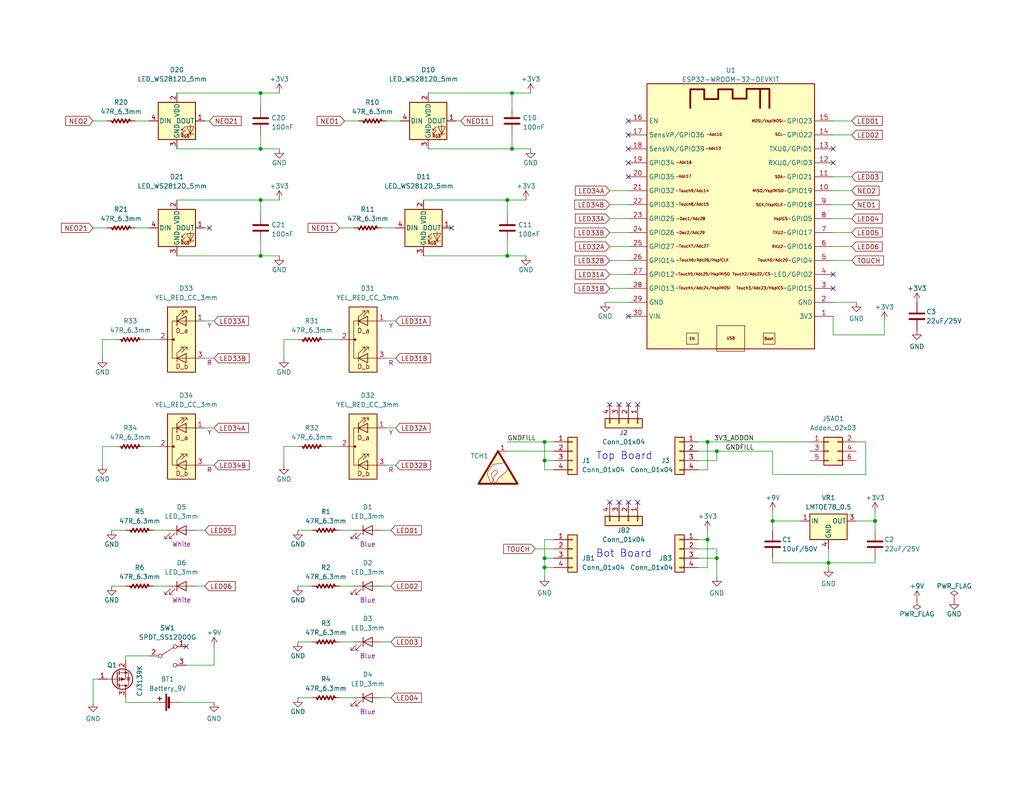
<source format=kicad_sch>
(kicad_sch (version 20211123) (generator eeschema)
  (paper "USLetter")
  (title_block (title "Future_Badge") (date "2023-05-25") (rev "1") (company "Crafted by @alt_bier a.k.a. Richard Gowen"))
  (lib_symbols
    (symbol "+9V_1" (power) (pin_names (offset 0))
      (property "Value" "+9V_1" (at 0 3.556 0))
      (symbol "+9V_1_1_1"
        (pin power_in line (at 0 0 90) (length 0) hide (name "+9V") (number "1"))
      )
    )
    (symbol "0_local:Battery_9V" (pin_numbers hide) (pin_names (offset 0) hide)
      (property "Reference" "BT" (at 2.54 2.54 0))
      (property "Value" "Battery_9V" (at 2.54 0 0))
      (symbol "Battery_9V_1_1"
        (pin passive line (at 0 5.08 270) (length 2.54) (name "+") (number "1"))
        (pin passive line (at 0 -2.54 90) (length 2.54) (name "-") (number "2"))
      )
    )
    (symbol "0_local:C_Disc_D3" (pin_numbers hide) (pin_names (offset 0.254))
      (property "Reference" "C" (at 1.905 1.27 90))
      (property "Value" "C_Disc_D3" (at -3.175 -3.81 90))
      (symbol "C_Disc_D3_1_1"
        (pin passive line (at 0 3.81 270) (length 2.794) (name "~") (number "1"))
        (pin passive line (at 0 -3.81 90) (length 2.794) (name "~") (number "2"))
      )
    )
    (symbol "0_local:ESP32-WROOM-32-DEVKIT"
      (property "Reference" "U" (at -0.762 41.148 0))
      (property "Value" "ESP32-WROOM-32-DEVKIT" (at -13.081 38.735 0))
      (symbol "ESP32-WROOM-32-DEVKIT_0_0"
        (text "-Adc10" (at -4.572 22.987 0) (effects (font (size 0.75 0.75))))
        (text "-Adc13" (at -4.826 19.177 0) (effects (font (size 0.75 0.75))))
        (text "-Adc16" (at -12.827 15.367 0) (effects (font (size 0.75 0.75))))
        (text "-Adc17" (at -12.954 11.557 0) (effects (font (size 0.75 0.75))))
        (text "-Dac1/Adc28" (at -10.922 0 0) (effects (font (size 0.75 0.75))))
        (text "-Dac2/Adc29" (at -11.049 -3.81 0) (effects (font (size 0.75 0.75))))
        (text "-Touch4/Adc24/HspiMOSI" (at -7.62 -18.923 0) (effects (font (size 0.75 0.75))))
        (text "-Touch5/Adc25/HspiMISO" (at -7.747 -15.113 0) (effects (font (size 0.75 0.75))))
        (text "-Touch6/Adc26/HspiCLK" (at -7.747 -11.303 0) (effects (font (size 0.75 0.75))))
        (text "-Touch7/Adc27" (at -10.541 -7.493 0) (effects (font (size 0.75 0.75))))
        (text "-Touch8/Adc15" (at -10.541 3.937 0) (effects (font (size 0.75 0.75))))
        (text "-Touch9/Adc14" (at -10.541 7.62 0) (effects (font (size 0.75 0.75))))
        (text "Boot" (at 10.414 -32.766 0) (effects (font (size 0.75 0.75))))
        (text "EN" (at -10.541 -32.766 0) (effects (font (size 0.75 0.75))))
        (text "MISO/VspiMISO-" (at 10.668 7.62 0) (effects (font (size 0.75 0.75))))
        (text "MOSI/VspiMOSI-" (at 10.414 26.67 0) (effects (font (size 0.75 0.75))))
        (text "RXU2-" (at 13.208 -7.62 0) (effects (font (size 0.75 0.75))))
        (text "SCK/VspiCLK-" (at 11.049 3.81 0) (effects (font (size 0.75 0.75))))
        (text "SCL-" (at 13.589 22.987 0) (effects (font (size 0.75 0.75))))
        (text "SDA-" (at 13.589 11.43 0) (effects (font (size 0.75 0.75))))
        (text "Touch0/Adc20-" (at 11.938 -11.303 0) (effects (font (size 0.75 0.75))))
        (text "Touch2/Adc22/CS-" (at 6.096 -15.113 0) (effects (font (size 0.75 0.75))))
        (text "Touch3/Adc23/HspiCS-" (at 8.382 -18.923 0) (effects (font (size 0.75 0.75))))
        (text "TXU2-" (at 13.335 -3.81 0) (effects (font (size 0.75 0.75))))
        (text "USB" (at 0 -32.639 0) (effects (font (size 0.75 0.75))))
        (text "VspiCS-" (at 14.097 0 0) (effects (font (size 0.75 0.75))))
      )
      (symbol "ESP32-WROOM-32-DEVKIT_1_1"
        (pin power_out line (at 27.94 -26.67 180) (length 5.08) (name "3V3") (number "1"))
        (pin bidirectional line (at 27.94 7.62 180) (length 5.08) (name "GPIO19") (number "10"))
        (pin bidirectional line (at 27.94 11.43 180) (length 5.08) (name "GPIO21") (number "11"))
        (pin bidirectional line (at 27.94 15.24 180) (length 5.08) (name "RXU0/GPIO3") (number "12"))
        (pin bidirectional line (at 27.94 19.05 180) (length 5.08) (name "TXU0/GPIO1") (number "13"))
        (pin bidirectional line (at 27.94 22.86 180) (length 5.08) (name "GPIO22") (number "14"))
        (pin bidirectional line (at 27.94 26.67 180) (length 5.08) (name "GPIO23") (number "15"))
        (pin input line (at -27.94 26.67 0) (length 5.08) (name "EN") (number "16"))
        (pin input line (at -27.94 22.86 0) (length 5.08) (name "SensVP/GPIO36") (number "17"))
        (pin input line (at -27.94 19.05 0) (length 5.08) (name "SensVN/GPIO39") (number "18"))
        (pin input line (at -27.94 15.24 0) (length 5.08) (name "GPIO34") (number "19"))
        (pin power_in line (at 27.94 -22.86 180) (length 5.08) (name "GND") (number "2"))
        (pin input line (at -27.94 11.43 0) (length 5.08) (name "GPIO35") (number "20"))
        (pin bidirectional line (at -27.94 7.62 0) (length 5.08) (name "GPIO32") (number "21"))
        (pin bidirectional line (at -27.94 3.81 0) (length 5.08) (name "GPIO33") (number "22"))
        (pin bidirectional line (at -27.94 0 0) (length 5.08) (name "GPIO25") (number "23"))
        (pin bidirectional line (at -27.94 -3.81 0) (length 5.08) (name "GPIO26") (number "24"))
        (pin bidirectional line (at -27.94 -7.62 0) (length 5.08) (name "GPIO27") (number "25"))
        (pin bidirectional line (at -27.94 -11.43 0) (length 5.08) (name "GPIO14") (number "26"))
        (pin bidirectional line (at -27.94 -15.24 0) (length 5.08) (name "GPIO12") (number "27"))
        (pin bidirectional line (at -27.94 -19.05 0) (length 5.08) (name "GPIO13") (number "28"))
        (pin power_in line (at -27.94 -22.86 0) (length 5.08) (name "GND") (number "29"))
        (pin bidirectional line (at 27.94 -19.05 180) (length 5.08) (name "GPIO15") (number "3"))
        (pin power_in line (at -27.94 -26.67 0) (length 5.08) (name "VIN") (number "30"))
        (pin bidirectional line (at 27.94 -15.24 180) (length 5.08) (name "LED/GPIO2") (number "4"))
        (pin bidirectional line (at 27.94 -11.43 180) (length 5.08) (name "GPIO4") (number "5"))
        (pin bidirectional line (at 27.94 -7.62 180) (length 5.08) (name "GPIO16") (number "6"))
        (pin bidirectional line (at 27.94 -3.81 180) (length 5.08) (name "GPIO17") (number "7"))
        (pin bidirectional line (at 27.94 0 180) (length 5.08) (name "GPIO5") (number "8"))
        (pin bidirectional line (at 27.94 3.81 180) (length 5.08) (name "GPIO18") (number "9"))
      )
    )
    (symbol "0_local:LED_THT_3mm" (pin_numbers hide) (pin_names (offset 1.016) hide)
      (property "Reference" "D" (at 0 2.54 0))
      (property "Value" "LED_THT_3mm" (at 0 -3.81 0))
      (symbol "LED_THT_3mm_1_1"
        (pin passive line (at -3.81 0 0) (length 2.54) (name "K") (number "1"))
        (pin passive line (at 3.81 0 180) (length 2.54) (name "A") (number "2"))
      )
    )
    (symbol "0_local:LED_Two_Color_CC_THT_3mm" (pin_names (offset 0) hide)
      (property "Reference" "D" (at -1.27 10.16 0))
      (property "Value" "LED_Two_Color_CC_THT_3mm" (at 0 -10.16 0))
      (symbol "LED_Two_Color_CC_THT_3mm_0_0"
        (text "D_a" (at -1.143 2.413 0) (effects (font (size 1.27 1.27))))
        (text "D_b" (at -1.143 -7.366 0) (effects (font (size 1.27 1.27))))
      )
      (symbol "LED_Two_Color_CC_THT_3mm_1_1"
        (pin passive line (at 5.08 5.08 180) (length 2.54) (name "RA") (number "1"))
        (pin passive line (at -7.62 0 0) (length 2.54) (name "K") (number "2"))
        (pin passive line (at 5.08 -5.08 180) (length 2.54) (name "BA") (number "3"))
      )
    )
    (symbol "0_local:LED_WS2812D_THT_5mm" (pin_names (offset 0.254))
      (property "Reference" "D" (at 5.08 5.715 0))
      (property "Value" "LED_WS2812D_THT_5mm" (at 1.27 -5.715 0))
      (symbol "LED_WS2812D_THT_5mm_0_0"
        (text "RGB" (at 2.286 -4.191 0) (effects (font (size 0.762 0.762))))
      )
      (symbol "LED_WS2812D_THT_5mm_1_1"
        (pin output line (at 7.62 0 180) (length 2.54) (name "DOUT") (number "1"))
        (pin power_in line (at 0 7.62 270) (length 2.54) (name "VDD") (number "2"))
        (pin power_in line (at 0 -7.62 90) (length 2.54) (name "GND") (number "3"))
        (pin input line (at -7.62 0 0) (length 2.54) (name "DIN") (number "4"))
      )
    )
    (symbol "0_local:LMTOE78" (pin_names (offset 0.254))
      (property "Reference" "U" (at -3.81 3.175 0))
      (property "Value" "LMTOE78" (at 0 3.175 0))
      (symbol "LMTOE78_1_1"
        (pin power_in line (at -7.62 0 0) (length 2.54) (name "IN") (number "1"))
        (pin power_out line (at 7.62 0 180) (length 2.54) (name "OUT") (number "3"))
        (pin power_in line (at 0 -7.62 90) (length 2.54) (name "GND") (number "4"))
      )
    )
    (symbol "0_local:R_Axial_Z_L6.3" (pin_numbers hide) (pin_names (offset 0))
      (property "Reference" "R" (at 2.032 0 90))
      (property "Value" "R_Axial_Z_L6.3" (at -2.032 0 90))
      (symbol "R_Axial_Z_L6.3_1_1"
        (pin passive line (at 0 3.81 270) (length 1.27) (name "~") (number "1"))
        (pin passive line (at 0 -3.81 90) (length 1.27) (name "~") (number "2"))
      )
    )
    (symbol "0_local:SW_SPDT_SS12D00G" (pin_names (offset 0) hide)
      (property "Reference" "SW" (at 0 4.318 0))
      (property "Value" "SW_SPDT_SS12D00G" (at 0 -5.08 0))
      (symbol "SW_SPDT_SS12D00G_1_1"
        (pin passive line (at 5.08 2.54 180) (length 2.54) (name "A") (number "1"))
        (pin passive line (at -5.08 0 0) (length 2.54) (name "B") (number "2"))
        (pin passive line (at 5.08 -2.54 180) (length 2.54) (name "C") (number "3"))
      )
    )
    (symbol "0_local:SYM_Touch_lg" (pin_names (offset 1.016))
      (property "Reference" "TCH" (at -3.81 3.81 0))
      (symbol "SYM_Touch_lg_1_1"
        (pin passive line (at 2.54 3.81 180) (length 2.54) (name "") (number "1"))
      )
    )
    (symbol "Connector_Generic:Conn_01x04" (pin_names (offset 1.016) hide)
      (property "Reference" "J" (at 0 5.08 0))
      (property "Value" "Conn_01x04" (at 0 -7.62 0))
      (symbol "Conn_01x04_1_1"
        (pin passive line (at -5.08 2.54 0) (length 3.81) (name "Pin_1") (number "1"))
        (pin passive line (at -5.08 0 0) (length 3.81) (name "Pin_2") (number "2"))
        (pin passive line (at -5.08 -2.54 0) (length 3.81) (name "Pin_3") (number "3"))
        (pin passive line (at -5.08 -5.08 0) (length 3.81) (name "Pin_4") (number "4"))
      )
    )
    (symbol "Connector_Generic:Conn_02x03_Odd_Even" (pin_names (offset 1.016) hide)
      (property "Reference" "J" (at 1.27 5.08 0))
      (property "Value" "Conn_02x03_Odd_Even" (at 1.27 -5.08 0))
      (symbol "Conn_02x03_Odd_Even_1_1"
        (pin passive line (at -5.08 2.54 0) (length 3.81) (name "Pin_1") (number "1"))
        (pin passive line (at 7.62 2.54 180) (length 3.81) (name "Pin_2") (number "2"))
        (pin passive line (at -5.08 0 0) (length 3.81) (name "Pin_3") (number "3"))
        (pin passive line (at 7.62 0 180) (length 3.81) (name "Pin_4") (number "4"))
        (pin passive line (at -5.08 -2.54 0) (length 3.81) (name "Pin_5") (number "5"))
        (pin passive line (at 7.62 -2.54 180) (length 3.81) (name "Pin_6") (number "6"))
      )
    )
    (symbol "Transistor_FET:AO3401A" (pin_names hide)
      (property "Reference" "Q" (at 5.08 1.905 0))
      (property "Value" "AO3401A" (at 5.08 0 0))
      (symbol "AO3401A_1_1"
        (pin input line (at -5.08 0 0) (length 2.54) (name "G") (number "1"))
        (pin passive line (at 2.54 -5.08 90) (length 2.54) (name "S") (number "2"))
        (pin passive line (at 2.54 5.08 270) (length 2.54) (name "D") (number "3"))
      )
    )
    (symbol "power:+3V3" (power) (pin_names (offset 0))
      (property "Value" "+3V3" (at 0 3.556 0))
      (symbol "+3V3_1_1"
        (pin power_in line (at 0 0 90) (length 0) hide (name "+3V3") (number "1"))
      )
    )
    (symbol "power:GND" (power) (pin_names (offset 0))
      (property "Value" "GND" (at 0 -3.81 0))
      (symbol "GND_1_1"
        (pin power_in line (at 0 0 270) (length 0) hide (name "GND") (number "1"))
      )
    )
    (symbol "power:PWR_FLAG" (power) (pin_numbers hide) (pin_names (offset 0) hide)
      (property "Value" "PWR_FLAG" (at 0 3.81 0))
      (symbol "PWR_FLAG_0_0"
        (pin power_out line (at 0 0 90) (length 0) (name "pwr") (number "1"))
      )
    )
  )
  (junction (at 71.12 54.61))
  (junction (at 195.58 123.19))
  (junction (at 148.59 152.4))
  (junction (at 148.59 120.65))
  (junction (at 139.7 25.4))
  (junction (at 148.59 125.73))
  (junction (at 226.06 153.67))
  (junction (at 71.12 25.4))
  (junction (at 71.12 69.85))
  (junction (at 195.58 152.4))
  (junction (at 238.76 142.24))
  (junction (at 138.43 54.61))
  (junction (at 148.59 154.94))
  (junction (at 193.04 120.65))
  (junction (at 71.12 40.64))
  (junction (at 139.7 40.64))
  (junction (at 193.04 147.32))
  (junction (at 138.43 69.85))
  (junction (at 210.82 142.24))
  (no_connect (at 171.45 44.45))
  (no_connect (at 171.45 40.64))
  (no_connect (at 227.33 40.64))
  (no_connect (at 171.45 36.83))
  (no_connect (at 123.19 62.23))
  (no_connect (at 227.33 78.74))
  (no_connect (at 50.8 176.53))
  (no_connect (at 227.33 74.93))
  (no_connect (at 171.45 137.16))
  (no_connect (at 173.99 137.16))
  (no_connect (at 168.91 137.16))
  (no_connect (at 166.37 137.16))
  (no_connect (at 171.45 110.49))
  (no_connect (at 168.91 110.49))
  (no_connect (at 166.37 110.49))
  (no_connect (at 173.99 110.49))
  (no_connect (at 171.45 86.36))
  (no_connect (at 171.45 33.02))
  (no_connect (at 57.15 62.23))
  (no_connect (at 227.33 44.45))
  (no_connect (at 171.45 48.26))
  (wire (pts (xy 34.29 180.34) (xy 34.29 179.07)))
  (wire (pts (xy 227.33 55.88) (xy 232.41 55.88)))
  (wire (pts (xy 238.76 152.4) (xy 238.76 153.67)))
  (wire (pts (xy 104.14 62.23) (xy 107.95 62.23)))
  (wire (pts (xy 71.12 54.61) (xy 71.12 58.42)))
  (wire (pts (xy 71.12 25.4) (xy 76.2 25.4)))
  (wire (pts (xy 193.04 144.78) (xy 193.04 147.32)))
  (wire (pts (xy 27.94 92.71) (xy 27.94 97.79)))
  (wire (pts (xy 210.82 152.4) (xy 210.82 153.67)))
  (wire (pts (xy 105.41 127) (xy 107.95 127)))
  (wire (pts (xy 193.04 128.27) (xy 193.04 120.65)))
  (wire (pts (xy 48.26 54.61) (xy 71.12 54.61)))
  (wire (pts (xy 31.75 121.92) (xy 27.94 121.92)))
  (wire (pts (xy 81.28 92.71) (xy 77.47 92.71)))
  (wire (pts (xy 148.59 147.32) (xy 148.59 152.4)))
  (wire (pts (xy 39.37 92.71) (xy 43.18 92.71)))
  (wire (pts (xy 55.88 87.63) (xy 58.42 87.63)))
  (wire (pts (xy 71.12 25.4) (xy 71.12 29.21)))
  (wire (pts (xy 55.88 127) (xy 58.42 127)))
  (wire (pts (xy 31.75 92.71) (xy 27.94 92.71)))
  (wire (pts (xy 39.37 121.92) (xy 43.18 121.92)))
  (wire (pts (xy 166.37 74.93) (xy 171.45 74.93)))
  (wire (pts (xy 115.57 69.85) (xy 138.43 69.85)))
  (wire (pts (xy 25.4 185.42) (xy 26.67 185.42)))
  (wire (pts (xy 226.06 149.86) (xy 226.06 153.67)))
  (wire (pts (xy 138.43 69.85) (xy 143.51 69.85)))
  (wire (pts (xy 210.82 142.24) (xy 210.82 144.78)))
  (wire (pts (xy 48.26 40.64) (xy 71.12 40.64)))
  (wire (pts (xy 115.57 54.61) (xy 138.43 54.61)))
  (wire (pts (xy 139.7 36.83) (xy 139.7 40.64)))
  (wire (pts (xy 34.29 191.77) (xy 34.29 190.5)))
  (wire (pts (xy 227.33 67.31) (xy 232.41 67.31)))
  (wire (pts (xy 36.83 33.02) (xy 40.64 33.02)))
  (wire (pts (xy 171.45 82.55) (xy 165.1 82.55)))
  (wire (pts (xy 139.7 40.64) (xy 144.78 40.64)))
  (wire (pts (xy 238.76 139.7) (xy 238.76 142.24)))
  (wire (pts (xy 25.4 33.02) (xy 29.21 33.02)))
  (wire (pts (xy 25.4 62.23) (xy 29.21 62.23)))
  (wire (pts (xy 55.88 62.23) (xy 57.15 62.23)))
  (wire (pts (xy 193.04 154.94) (xy 193.04 147.32)))
  (wire (pts (xy 139.7 25.4) (xy 144.78 25.4)))
  (wire (pts (xy 195.58 123.19) (xy 195.58 125.73)))
  (wire (pts (xy 238.76 142.24) (xy 238.76 144.78)))
  (wire (pts (xy 55.88 116.84) (xy 58.42 116.84)))
  (wire (pts (xy 148.59 154.94) (xy 151.13 154.94)))
  (wire (pts (xy 71.12 36.83) (xy 71.12 40.64)))
  (wire (pts (xy 27.94 121.92) (xy 27.94 127)))
  (wire (pts (xy 195.58 123.19) (xy 210.82 123.19)))
  (wire (pts (xy 148.59 128.27) (xy 151.13 128.27)))
  (wire (pts (xy 104.14 160.02) (xy 106.68 160.02)))
  (wire (pts (xy 55.88 97.79) (xy 58.42 97.79)))
  (wire (pts (xy 195.58 125.73) (xy 190.5 125.73)))
  (wire (pts (xy 36.83 62.23) (xy 40.64 62.23)))
  (wire (pts (xy 190.5 123.19) (xy 195.58 123.19)))
  (wire (pts (xy 227.33 71.12) (xy 232.41 71.12)))
  (wire (pts (xy 105.41 87.63) (xy 107.95 87.63)))
  (wire (pts (xy 151.13 147.32) (xy 148.59 147.32)))
  (wire (pts (xy 166.37 67.31) (xy 171.45 67.31)))
  (wire (pts (xy 148.59 125.73) (xy 148.59 128.27)))
  (wire (pts (xy 166.37 71.12) (xy 171.45 71.12)))
  (wire (pts (xy 227.33 36.83) (xy 232.41 36.83)))
  (wire (pts (xy 166.37 78.74) (xy 171.45 78.74)))
  (wire (pts (xy 148.59 120.65) (xy 148.59 125.73)))
  (wire (pts (xy 71.12 54.61) (xy 76.2 54.61)))
  (wire (pts (xy 190.5 128.27) (xy 193.04 128.27)))
  (wire (pts (xy 92.71 175.26) (xy 96.52 175.26)))
  (wire (pts (xy 105.41 97.79) (xy 107.95 97.79)))
  (wire (pts (xy 92.71 62.23) (xy 96.52 62.23)))
  (wire (pts (xy 227.33 63.5) (xy 232.41 63.5)))
  (wire (pts (xy 210.82 129.54) (xy 236.22 129.54)))
  (wire (pts (xy 116.84 40.64) (xy 139.7 40.64)))
  (wire (pts (xy 190.5 154.94) (xy 193.04 154.94)))
  (wire (pts (xy 148.59 152.4) (xy 151.13 152.4)))
  (wire (pts (xy 227.33 48.26) (xy 232.41 48.26)))
  (wire (pts (xy 138.43 54.61) (xy 138.43 58.42)))
  (wire (pts (xy 49.53 191.77) (xy 58.42 191.77)))
  (wire (pts (xy 195.58 149.86) (xy 195.58 152.4)))
  (wire (pts (xy 210.82 142.24) (xy 218.44 142.24)))
  (wire (pts (xy 34.29 160.02) (xy 30.48 160.02)))
  (wire (pts (xy 124.46 33.02) (xy 125.73 33.02)))
  (wire (pts (xy 148.59 152.4) (xy 148.59 154.94)))
  (wire (pts (xy 166.37 52.07) (xy 171.45 52.07)))
  (wire (pts (xy 41.91 160.02) (xy 45.72 160.02)))
  (wire (pts (xy 193.04 120.65) (xy 220.98 120.65)))
  (wire (pts (xy 104.14 190.5) (xy 106.68 190.5)))
  (wire (pts (xy 138.43 120.65) (xy 148.59 120.65)))
  (wire (pts (xy 166.37 55.88) (xy 171.45 55.88)))
  (wire (pts (xy 88.9 121.92) (xy 92.71 121.92)))
  (wire (pts (xy 210.82 123.19) (xy 210.82 129.54)))
  (wire (pts (xy 238.76 153.67) (xy 226.06 153.67)))
  (wire (pts (xy 236.22 120.65) (xy 233.68 120.65)))
  (wire (pts (xy 151.13 120.65) (xy 148.59 120.65)))
  (wire (pts (xy 227.33 91.44) (xy 241.3 91.44)))
  (wire (pts (xy 104.14 144.78) (xy 106.68 144.78)))
  (wire (pts (xy 166.37 63.5) (xy 171.45 63.5)))
  (wire (pts (xy 48.26 69.85) (xy 71.12 69.85)))
  (wire (pts (xy 148.59 154.94) (xy 148.59 157.48)))
  (wire (pts (xy 41.91 144.78) (xy 45.72 144.78)))
  (wire (pts (xy 85.09 190.5) (xy 81.28 190.5)))
  (wire (pts (xy 166.37 59.69) (xy 171.45 59.69)))
  (wire (pts (xy 77.47 92.71) (xy 77.47 97.79)))
  (wire (pts (xy 93.98 33.02) (xy 97.79 33.02)))
  (wire (pts (xy 53.34 144.78) (xy 55.88 144.78)))
  (wire (pts (xy 92.71 144.78) (xy 96.52 144.78)))
  (wire (pts (xy 210.82 139.7) (xy 210.82 142.24)))
  (wire (pts (xy 195.58 152.4) (xy 195.58 157.48)))
  (wire (pts (xy 138.43 54.61) (xy 143.51 54.61)))
  (wire (pts (xy 210.82 153.67) (xy 226.06 153.67)))
  (wire (pts (xy 85.09 144.78) (xy 81.28 144.78)))
  (wire (pts (xy 71.12 69.85) (xy 76.2 69.85)))
  (wire (pts (xy 139.7 25.4) (xy 139.7 29.21)))
  (wire (pts (xy 58.42 176.53) (xy 58.42 181.61)))
  (wire (pts (xy 138.43 66.04) (xy 138.43 69.85)))
  (wire (pts (xy 227.33 59.69) (xy 232.41 59.69)))
  (wire (pts (xy 190.5 147.32) (xy 193.04 147.32)))
  (wire (pts (xy 34.29 179.07) (xy 40.64 179.07)))
  (wire (pts (xy 41.91 191.77) (xy 34.29 191.77)))
  (wire (pts (xy 92.71 160.02) (xy 96.52 160.02)))
  (wire (pts (xy 34.29 144.78) (xy 30.48 144.78)))
  (wire (pts (xy 190.5 149.86) (xy 195.58 149.86)))
  (wire (pts (xy 88.9 92.71) (xy 92.71 92.71)))
  (wire (pts (xy 48.26 25.4) (xy 71.12 25.4)))
  (wire (pts (xy 138.43 123.19) (xy 151.13 123.19)))
  (wire (pts (xy 241.3 87.63) (xy 241.3 91.44)))
  (wire (pts (xy 92.71 190.5) (xy 96.52 190.5)))
  (wire (pts (xy 55.88 33.02) (xy 57.15 33.02)))
  (wire (pts (xy 85.09 160.02) (xy 81.28 160.02)))
  (wire (pts (xy 25.4 191.77) (xy 25.4 185.42)))
  (wire (pts (xy 190.5 120.65) (xy 193.04 120.65)))
  (wire (pts (xy 105.41 116.84) (xy 107.95 116.84)))
  (wire (pts (xy 148.59 125.73) (xy 151.13 125.73)))
  (wire (pts (xy 233.68 142.24) (xy 238.76 142.24)))
  (wire (pts (xy 71.12 66.04) (xy 71.12 69.85)))
  (wire (pts (xy 53.34 160.02) (xy 55.88 160.02)))
  (wire (pts (xy 227.33 82.55) (xy 233.68 82.55)))
  (wire (pts (xy 227.33 52.07) (xy 232.41 52.07)))
  (wire (pts (xy 227.33 86.36) (xy 227.33 91.44)))
  (wire (pts (xy 77.47 121.92) (xy 77.47 127)))
  (wire (pts (xy 105.41 33.02) (xy 109.22 33.02)))
  (wire (pts (xy 81.28 121.92) (xy 77.47 121.92)))
  (wire (pts (xy 227.33 33.02) (xy 232.41 33.02)))
  (wire (pts (xy 71.12 40.64) (xy 76.2 40.64)))
  (wire (pts (xy 146.05 149.86) (xy 151.13 149.86)))
  (wire (pts (xy 104.14 175.26) (xy 106.68 175.26)))
  (wire (pts (xy 85.09 175.26) (xy 81.28 175.26)))
  (wire (pts (xy 58.42 181.61) (xy 50.8 181.61)))
  (wire (pts (xy 226.06 153.67) (xy 226.06 154.94)))
  (wire (pts (xy 116.84 25.4) (xy 139.7 25.4)))
  (wire (pts (xy 236.22 129.54) (xy 236.22 120.65)))
  (wire (pts (xy 190.5 152.4) (xy 195.58 152.4)))
  (text "Top Board" (at 162.56 125.73 0) (effects (font (size 2 2)) (justify left bottom)))
  (text "Bot Board" (at 162.56 152.4 0) (effects (font (size 2 2)) (justify left bottom)))
  (label "GNDFILL" (at 205.74 123.19 180))
  (label "GNDFILL" (at 138.43 120.65 0))
  (label "3V3_ADDON" (at 205.74 120.65 180))
  (global_label "LED01" (shape input) (at 232.41 33.02 0) (property "Intersheet References" "${INTERSHEET_REFS}" (effects hide)))
  (global_label "LED34A" (shape input) (at 58.42 116.84 0) (property "Intersheet References" "${INTERSHEET_REFS}" (effects hide)))
  (global_label "LED05" (shape input) (at 232.41 63.5 0) (property "Intersheet References" "${INTERSHEET_REFS}" (effects hide)))
  (global_label "LED34B" (shape input) (at 58.42 127 0) (property "Intersheet References" "${INTERSHEET_REFS}" (effects hide)))
  (global_label "LED01" (shape input) (at 106.68 144.78 0) (property "Intersheet References" "${INTERSHEET_REFS}" (effects hide)))
  (global_label "LED05" (shape input) (at 55.88 144.78 0) (property "Intersheet References" "${INTERSHEET_REFS}" (effects hide)))
  (global_label "LED02" (shape input) (at 106.68 160.02 0) (property "Intersheet References" "${INTERSHEET_REFS}" (effects hide)))
  (global_label "LED03" (shape input) (at 106.68 175.26 0) (property "Intersheet References" "${INTERSHEET_REFS}" (effects hide)))
  (global_label "LED02" (shape input) (at 232.41 36.83 0) (property "Intersheet References" "${INTERSHEET_REFS}" (effects hide)))
  (global_label "LED33A" (shape input) (at 58.42 87.63 0) (property "Intersheet References" "${INTERSHEET_REFS}" (effects hide)))
  (global_label "LED04" (shape input) (at 106.68 190.5 0) (property "Intersheet References" "${INTERSHEET_REFS}" (effects hide)))
  (global_label "TOUCH" (shape input) (at 232.41 71.12 0) (property "Intersheet References" "${INTERSHEET_REFS}" (effects hide)))
  (global_label "NEO1" (shape input) (at 232.41 55.88 0) (property "Intersheet References" "${INTERSHEET_REFS}" (effects hide)))
  (global_label "LED33B" (shape input) (at 166.37 63.5 180) (property "Intersheet References" "${INTERSHEET_REFS}" (effects hide)))
  (global_label "LED32B" (shape input) (at 166.37 71.12 180) (property "Intersheet References" "${INTERSHEET_REFS}" (effects hide)))
  (global_label "NEO1" (shape input) (at 93.98 33.02 180) (property "Intersheet References" "${INTERSHEET_REFS}" (effects hide)))
  (global_label "LED03" (shape input) (at 232.41 48.26 0) (property "Intersheet References" "${INTERSHEET_REFS}" (effects hide)))
  (global_label "LED06" (shape input) (at 55.88 160.02 0) (property "Intersheet References" "${INTERSHEET_REFS}" (effects hide)))
  (global_label "LED06" (shape input) (at 232.41 67.31 0) (property "Intersheet References" "${INTERSHEET_REFS}" (effects hide)))
  (global_label "NEO11" (shape input) (at 92.71 62.23 180) (property "Intersheet References" "${INTERSHEET_REFS}" (effects hide)))
  (global_label "LED32A" (shape input) (at 107.95 116.84 0) (property "Intersheet References" "${INTERSHEET_REFS}" (effects hide)))
  (global_label "LED32A" (shape input) (at 166.37 67.31 180) (property "Intersheet References" "${INTERSHEET_REFS}" (effects hide)))
  (global_label "LED33B" (shape input) (at 58.42 97.79 0) (property "Intersheet References" "${INTERSHEET_REFS}" (effects hide)))
  (global_label "NEO2" (shape input) (at 25.4 33.02 180) (property "Intersheet References" "${INTERSHEET_REFS}" (effects hide)))
  (global_label "LED31B" (shape input) (at 166.37 78.74 180) (property "Intersheet References" "${INTERSHEET_REFS}" (effects hide)))
  (global_label "LED31B" (shape input) (at 107.95 97.79 0) (property "Intersheet References" "${INTERSHEET_REFS}" (effects hide)))
  (global_label "NEO21" (shape input) (at 25.4 62.23 180) (property "Intersheet References" "${INTERSHEET_REFS}" (effects hide)))
  (global_label "NEO21" (shape input) (at 57.15 33.02 0) (property "Intersheet References" "${INTERSHEET_REFS}" (effects hide)))
  (global_label "TOUCH" (shape input) (at 146.05 149.86 180) (property "Intersheet References" "${INTERSHEET_REFS}" (effects hide)))
  (global_label "LED31A" (shape input) (at 107.95 87.63 0) (property "Intersheet References" "${INTERSHEET_REFS}" (effects hide)))
  (global_label "NEO2" (shape input) (at 232.41 52.07 0) (property "Intersheet References" "${INTERSHEET_REFS}" (effects hide)))
  (global_label "NEO11" (shape input) (at 125.73 33.02 0) (property "Intersheet References" "${INTERSHEET_REFS}" (effects hide)))
  (global_label "LED33A" (shape input) (at 166.37 59.69 180) (property "Intersheet References" "${INTERSHEET_REFS}" (effects hide)))
  (global_label "LED31A" (shape input) (at 166.37 74.93 180) (property "Intersheet References" "${INTERSHEET_REFS}" (effects hide)))
  (global_label "LED04" (shape input) (at 232.41 59.69 0) (property "Intersheet References" "${INTERSHEET_REFS}" (effects hide)))
  (global_label "LED32B" (shape input) (at 107.95 127 0) (property "Intersheet References" "${INTERSHEET_REFS}" (effects hide)))
  (global_label "LED34A" (shape input) (at 166.37 52.07 180) (property "Intersheet References" "${INTERSHEET_REFS}" (effects hide)))
  (global_label "LED34B" (shape input) (at 166.37 55.88 180) (property "Intersheet References" "${INTERSHEET_REFS}" (effects hide)))
  (symbol (lib_id "0_local:R_Axial_Z_L6.3") (at 85.09 121.92 90) (unit 1)
    (property "Reference" "R32" (at 85.09 116.8431 90))
    (property "Value" "47R_6.3mm" (at 85.09 119.38 90))
    (property "Footprint" "0_local:R_Axial_DIN0207_L6.3mm_D2.5mm_P7.62mm_Horizontal" (effects hide))
  )
  (symbol (lib_id "Connector_Generic:Conn_01x04") (at 156.21 149.86 0) (unit 1)
    (property "Reference" "JB1" (at 158.75 152.4 0) (effects (justify left)))
    (property "Value" "Conn_01x04" (at 158.75 154.94 0) (effects (justify left)))
    (property "Footprint" "Conn_Pin_Header_Female_Vert_Back_1x04_Pitch2.54mm" (effects hide))
  )
  (symbol (lib_id "0_local:R_Axial_Z_L6.3") (at 100.33 62.23 90) (unit 1)
    (property "Reference" "R11" (at 100.33 57.1531 90))
    (property "Value" "47R_6.3mm" (at 100.33 59.69 90))
    (property "Footprint" "0_local:R_Axial_DIN0207_L6.3mm_D2.5mm_P7.62mm_Horizontal" (effects hide))
  )
  (symbol (lib_id "0_local:LED_THT_3mm") (at 100.33 190.5 0) (unit 1)
    (property "Reference" "D4" (at 100.33 184.15 0))
    (property "Value" "LED_3mm" (at 100.33 186.69 0))
    (property "Footprint" "0_local:LED_D3.0mm-2" (effects hide))
    (property "Color" "Blue" (at 100.33 194.31 0))
  )
  (symbol (lib_id "power:+3V3") (at 193.04 144.78 0) (unit 1)
    (property "Reference" "#PWR0127" (effects hide))
    (property "Value" "+3V3" (at 193.04 140.97 0))
  )
  (symbol (lib_id "Connector_Generic:Conn_01x04") (at 171.45 142.24 270) (unit 1)
    (property "Reference" "JB2" (at 170.18 144.78 90))
    (property "Value" "Conn_01x04" (at 170.18 147.32 90))
    (property "Footprint" "Conn_Pin_Header_Female_Vert_Back_1x04_Pitch2.54mm" (effects hide))
  )
  (symbol (lib_id "0_local:R_Axial_Z_L6.3") (at 85.09 92.71 90) (unit 1)
    (property "Reference" "R31" (at 85.09 87.6331 90))
    (property "Value" "47R_6.3mm" (at 85.09 90.17 90))
    (property "Footprint" "0_local:R_Axial_DIN0207_L6.3mm_D2.5mm_P7.62mm_Horizontal" (effects hide))
  )
  (symbol (lib_id "0_local:C_Disc_D3") (at 139.7 33.02 0) (unit 1)
    (property "Reference" "C10" (at 142.621 32.1853 0) (effects (justify left)))
    (property "Value" "100nF" (at 142.621 34.7222 0) (effects (justify left)))
    (property "Footprint" "0_local:C_Disc_D3.0mm_W2.0mm_P2.50mm" (effects hide))
  )
  (symbol (lib_id "0_local:R_Axial_Z_L6.3") (at 88.9 175.26 90) (unit 1)
    (property "Reference" "R3" (at 88.9 170.1831 90))
    (property "Value" "47R_6.3mm" (at 88.9 172.72 90))
    (property "Footprint" "0_local:R_Axial_DIN0207_L6.3mm_D2.5mm_P7.62mm_Horizontal" (effects hide))
  )
  (symbol (lib_id "0_local:Battery_9V") (at 46.99 191.77 90) (unit 1)
    (property "Reference" "BT1" (at 45.72 185.42 90))
    (property "Value" "Battery_9V" (at 45.72 187.96 90))
    (property "Footprint" "0_local:Battery_Lead_Wire_Connector" (effects hide))
  )
  (symbol (lib_id "power:GND") (at 76.2 40.64 0) (unit 1)
    (property "Reference" "#PWR0104" (effects hide))
    (property "Value" "GND" (at 76.2 44.45 0))
  )
  (symbol (lib_id "power:GND") (at 144.78 40.64 0) (unit 1)
    (property "Reference" "#PWR0112" (effects hide))
    (property "Value" "GND" (at 144.78 44.45 0))
  )
  (symbol (lib_id "0_local:LED_THT_3mm") (at 49.53 144.78 0) (unit 1)
    (property "Reference" "D5" (at 49.53 138.43 0))
    (property "Value" "LED_3mm" (at 49.53 140.97 0))
    (property "Footprint" "0_local:LED_D3.0mm-2" (effects hide))
    (property "Color" "White" (at 49.53 148.59 0))
  )
  (symbol (lib_id "Transistor_FET:AO3401A") (at 31.75 185.42 0) (mirror x) (unit 1)
    (property "Reference" "Q1" (at 29.21 181.61 0) (effects (justify left)))
    (property "Value" "CJ3139K" (at 38.1 181.61 90) (effects (justify left)))
    (property "Footprint" "0_local:SOT-23_Boxed" (effects hide))
    (property "Datasheet" "http://www.aosmd.com/pdfs/datasheet/AO3401A.pdf" (effects hide))
  )
  (symbol (lib_id "power:GND") (at 76.2 69.85 0) (unit 1)
    (property "Reference" "#PWR0121" (effects hide))
    (property "Value" "GND" (at 76.2 73.66 0))
  )
  (symbol (lib_id "power:GND") (at 27.94 97.79 0) (unit 1)
    (property "Reference" "#PWR0105" (effects hide))
    (property "Value" "GND" (at 27.94 101.6 0))
  )
  (symbol (lib_id "power:GND") (at 148.59 157.48 0) (unit 1)
    (property "Reference" "#PWR0125" (effects hide))
    (property "Value" "GND" (at 148.59 161.9234 0))
  )
  (symbol (lib_id "0_local:LED_Two_Color_CC_THT_3mm") (at 50.8 92.71 0) (unit 1)
    (property "Reference" "D33" (at 50.8 78.7431 0))
    (property "Value" "YEL_RED_CC_3mm" (at 50.8 81.28 0))
    (property "Footprint" "0_local:LED_D3.0mm-3-TwoColor" (effects hide))
    (property "ColA" "Y" (at 57.15 88.9 0))
    (property "ColB" "R" (at 57.15 99.06 0))
  )
  (symbol (lib_id "0_local:LED_Two_Color_CC_THT_3mm") (at 50.8 121.92 0) (unit 1)
    (property "Reference" "D34" (at 50.8 107.9531 0))
    (property "Value" "YEL_RED_CC_3mm" (at 50.8 110.49 0))
    (property "Footprint" "0_local:LED_D3.0mm-3-TwoColor" (effects hide))
    (property "ColA" "Y" (at 57.15 118.11 0))
    (property "ColB" "R" (at 57.15 128.27 0))
  )
  (symbol (lib_name "+9V_1") (lib_id "power:+9V") (at 250.19 163.83 0) (unit 1)
    (property "Reference" "#PWR0101" (effects hide))
    (property "Value" "+9V" (at 250.19 160.02 0))
  )
  (symbol (lib_id "0_local:R_Axial_Z_L6.3") (at 35.56 121.92 90) (unit 1)
    (property "Reference" "R34" (at 35.56 116.8431 90))
    (property "Value" "47R_6.3mm" (at 35.56 119.38 90))
    (property "Footprint" "0_local:R_Axial_DIN0207_L6.3mm_D2.5mm_P7.62mm_Horizontal" (effects hide))
  )
  (symbol (lib_id "power:GND") (at 77.47 97.79 0) (unit 1)
    (property "Reference" "#PWR0122" (effects hide))
    (property "Value" "GND" (at 77.47 101.6 0))
  )
  (symbol (lib_id "0_local:R_Axial_Z_L6.3") (at 35.56 92.71 90) (unit 1)
    (property "Reference" "R33" (at 35.56 87.6331 90))
    (property "Value" "47R_6.3mm" (at 35.56 90.17 90))
    (property "Footprint" "0_local:R_Axial_DIN0207_L6.3mm_D2.5mm_P7.62mm_Horizontal" (effects hide))
  )
  (symbol (lib_id "power:+3V3") (at 144.78 25.4 0) (unit 1)
    (property "Reference" "#PWR0111" (effects hide))
    (property "Value" "+3V3" (at 144.78 21.59 0))
  )
  (symbol (lib_id "power:GND") (at 25.4 191.77 0) (unit 1)
    (property "Reference" "#PWR0129" (effects hide))
    (property "Value" "GND" (at 25.4 196.2134 0))
  )
  (symbol (lib_id "power:GND") (at 30.48 160.02 0) (unit 1)
    (property "Reference" "#PWR0107" (effects hide))
    (property "Value" "GND" (at 30.48 163.83 0))
  )
  (symbol (lib_id "0_local:LED_WS2812D_THT_5mm") (at 48.26 33.02 0) (unit 1)
    (property "Reference" "D20" (at 48.26 19.05 0))
    (property "Value" "LED_WS2812D_5mm" (at 46.99 21.59 0))
    (property "Footprint" "0_local:LED_D5.0mm-4_WS2812D_front_new" (effects hide))
  )
  (symbol (lib_name "+9V_1") (lib_id "power:+9V") (at 210.82 139.7 0) (unit 1)
    (property "Reference" "#PWR0131" (effects hide))
    (property "Value" "+9V" (at 210.82 135.89 0))
  )
  (symbol (lib_id "0_local:R_Axial_Z_L6.3") (at 38.1 160.02 90) (unit 1)
    (property "Reference" "R6" (at 38.1 154.9431 90))
    (property "Value" "47R_6.3mm" (at 38.1 157.48 90))
    (property "Footprint" "0_local:R_Axial_DIN0207_L6.3mm_D2.5mm_P7.62mm_Horizontal" (effects hide))
  )
  (symbol (lib_id "0_local:SW_SPDT_SS12D00G") (at 45.72 179.07 0) (unit 1)
    (property "Reference" "SW1" (at 45.72 171.45 0))
    (property "Value" "SPDT_SS12D00G" (at 45.72 173.99 0))
    (property "Footprint" "0_local:SW_SPDT_Slide_SS12D00G-1P2T_3pin" (effects hide))
  )
  (symbol (lib_id "power:PWR_FLAG") (at 250.19 163.83 180) (unit 1)
    (property "Reference" "#FLG0101" (effects hide))
    (property "Value" "PWR_FLAG" (at 250.19 167.64 0))
  )
  (symbol (lib_id "0_local:C_Disc_D3") (at 250.19 86.36 0) (unit 1)
    (property "Reference" "C3" (at 252.73 85.09 0) (effects (justify left)))
    (property "Value" "22uF/25V" (at 252.73 87.63 0) (effects (justify left)))
    (property "Footprint" "0_local:C_1206_3216Metric_Pad1.42x1.75mm_HS_Bars" (effects hide))
  )
  (symbol (lib_id "power:GND") (at 143.51 69.85 0) (unit 1)
    (property "Reference" "#PWR0110" (effects hide))
    (property "Value" "GND" (at 143.51 73.66 0))
  )
  (symbol (lib_id "0_local:R_Axial_Z_L6.3") (at 101.6 33.02 90) (unit 1)
    (property "Reference" "R10" (at 101.6 27.9431 90))
    (property "Value" "47R_6.3mm" (at 101.6 30.48 90))
    (property "Footprint" "0_local:R_Axial_DIN0207_L6.3mm_D2.5mm_P7.62mm_Horizontal" (effects hide))
  )
  (symbol (lib_name "+9V_1") (lib_id "power:+9V") (at 58.42 176.53 0) (unit 1)
    (property "Reference" "#PWR0114" (effects hide))
    (property "Value" "+9V" (at 58.42 172.72 0))
  )
  (symbol (lib_id "power:GND") (at 195.58 157.48 0) (unit 1)
    (property "Reference" "#PWR0128" (effects hide))
    (property "Value" "GND" (at 195.58 161.9234 0))
  )
  (symbol (lib_id "power:GND") (at 81.28 160.02 0) (unit 1)
    (property "Reference" "#PWR0116" (effects hide))
    (property "Value" "GND" (at 81.28 163.83 0))
  )
  (symbol (lib_id "power:GND") (at 250.19 90.17 0) (unit 1)
    (property "Reference" "#PWR0133" (effects hide))
    (property "Value" "GND" (at 250.19 94.6134 0))
  )
  (symbol (lib_id "power:GND") (at 165.1 82.55 0) (unit 1)
    (property "Reference" "#PWR0123" (effects hide))
    (property "Value" "GND" (at 165.1 86.36 0))
  )
  (symbol (lib_id "Connector_Generic:Conn_01x04") (at 171.45 115.57 270) (unit 1)
    (property "Reference" "J2" (at 170.18 118.11 90))
    (property "Value" "Conn_01x04" (at 170.18 120.65 90))
    (property "Footprint" "0_local:Conn_Pin_Header_Male_Vert_Back_1x04_Pitch2.54mm" (effects hide))
  )
  (symbol (lib_id "Connector_Generic:Conn_01x04") (at 185.42 149.86 0) (mirror y) (unit 1)
    (property "Reference" "JB3" (at 181.61 152.4 0))
    (property "Value" "Conn_01x04" (at 177.8 154.94 0))
    (property "Footprint" "Conn_Pin_Header_Female_Vert_Back_1x04_Pitch2.54mm" (effects hide))
  )
  (symbol (lib_id "0_local:C_Disc_D3") (at 71.12 62.23 0) (unit 1)
    (property "Reference" "C21" (at 74.041 61.3953 0) (effects (justify left)))
    (property "Value" "100nF" (at 74.041 63.9322 0) (effects (justify left)))
    (property "Footprint" "0_local:C_Disc_D3.0mm_W2.0mm_P2.50mm" (effects hide))
  )
  (symbol (lib_id "0_local:R_Axial_Z_L6.3") (at 88.9 160.02 90) (unit 1)
    (property "Reference" "R2" (at 88.9 154.9431 90))
    (property "Value" "47R_6.3mm" (at 88.9 157.48 90))
    (property "Footprint" "0_local:R_Axial_DIN0207_L6.3mm_D2.5mm_P7.62mm_Horizontal" (effects hide))
  )
  (symbol (lib_id "0_local:C_Disc_D3") (at 210.82 148.59 0) (unit 1)
    (property "Reference" "C1" (at 213.36 147.32 0) (effects (justify left)))
    (property "Value" "10uF/50V" (at 213.36 149.86 0) (effects (justify left)))
    (property "Footprint" "Capacitor_THT:C_Rect_L7.2mm_W3.5mm_P5.00mm_FKS2_FKP2_MKS2_MKP2" (effects hide))
  )
  (symbol (lib_id "0_local:LED_THT_3mm") (at 49.53 160.02 0) (unit 1)
    (property "Reference" "D6" (at 49.53 153.67 0))
    (property "Value" "LED_3mm" (at 49.53 156.21 0))
    (property "Footprint" "0_local:LED_D3.0mm-2" (effects hide))
    (property "Color" "White" (at 49.53 163.83 0))
  )
  (symbol (lib_id "power:GND") (at 81.28 144.78 0) (unit 1)
    (property "Reference" "#PWR0119" (effects hide))
    (property "Value" "GND" (at 81.28 148.59 0))
  )
  (symbol (lib_id "0_local:R_Axial_Z_L6.3") (at 38.1 144.78 90) (unit 1)
    (property "Reference" "R5" (at 38.1 139.7031 90))
    (property "Value" "47R_6.3mm" (at 38.1 142.24 90))
    (property "Footprint" "0_local:R_Axial_DIN0207_L6.3mm_D2.5mm_P7.62mm_Horizontal" (effects hide))
  )
  (symbol (lib_id "power:GND") (at 58.42 191.77 0) (unit 1)
    (property "Reference" "#PWR0115" (effects hide))
    (property "Value" "GND" (at 58.42 196.2134 0))
  )
  (symbol (lib_id "0_local:SYM_Touch_lg") (at 135.89 127 0) (unit 1)
    (property "Reference" "TCH1" (at 130.81 124.46 0))
    (property "Value" "SYM_Touch_lg" (effects hide))
  )
  (symbol (lib_id "power:+3V3") (at 143.51 54.61 0) (unit 1)
    (property "Reference" "#PWR0109" (effects hide))
    (property "Value" "+3V3" (at 143.51 50.8 0))
  )
  (symbol (lib_id "0_local:LED_Two_Color_CC_THT_3mm") (at 100.33 92.71 0) (unit 1)
    (property "Reference" "D31" (at 100.33 78.7431 0))
    (property "Value" "YEL_RED_CC_3mm" (at 100.33 81.28 0))
    (property "Footprint" "0_local:LED_D3.0mm-3-TwoColor" (effects hide))
    (property "ColA" "Y" (at 106.68 88.9 0))
    (property "ColB" "R" (at 106.68 99.06 0))
  )
  (symbol (lib_id "0_local:C_Disc_D3") (at 71.12 33.02 0) (unit 1)
    (property "Reference" "C20" (at 74.041 32.1853 0) (effects (justify left)))
    (property "Value" "100nF" (at 74.041 34.7222 0) (effects (justify left)))
    (property "Footprint" "0_local:C_Disc_D3.0mm_W2.0mm_P2.50mm" (effects hide))
  )
  (symbol (lib_id "power:GND") (at 81.28 190.5 0) (unit 1)
    (property "Reference" "#PWR0113" (effects hide))
    (property "Value" "GND" (at 81.28 194.31 0))
  )
  (symbol (lib_id "0_local:C_Disc_D3") (at 138.43 62.23 0) (unit 1)
    (property "Reference" "C11" (at 141.351 61.3953 0) (effects (justify left)))
    (property "Value" "100nF" (at 141.351 63.9322 0) (effects (justify left)))
    (property "Footprint" "0_local:C_Disc_D3.0mm_W2.0mm_P2.50mm" (effects hide))
  )
  (symbol (lib_id "power:GND") (at 81.28 175.26 0) (unit 1)
    (property "Reference" "#PWR0118" (effects hide))
    (property "Value" "GND" (at 81.28 179.07 0))
  )
  (symbol (lib_id "0_local:R_Axial_Z_L6.3") (at 33.02 33.02 90) (unit 1)
    (property "Reference" "R20" (at 33.02 27.9431 90))
    (property "Value" "47R_6.3mm" (at 33.02 30.48 90))
    (property "Footprint" "0_local:R_Axial_DIN0207_L6.3mm_D2.5mm_P7.62mm_Horizontal" (effects hide))
  )
  (symbol (lib_id "0_local:LED_THT_3mm") (at 100.33 144.78 0) (unit 1)
    (property "Reference" "D1" (at 100.33 138.43 0))
    (property "Value" "LED_3mm" (at 100.33 140.97 0))
    (property "Footprint" "0_local:LED_D3.0mm-2" (effects hide))
    (property "Color" "Blue" (at 100.33 148.59 0))
  )
  (symbol (lib_id "0_local:LED_WS2812D_THT_5mm") (at 48.26 62.23 0) (unit 1)
    (property "Reference" "D21" (at 48.26 48.26 0))
    (property "Value" "LED_WS2812D_5mm" (at 46.99 50.8 0))
    (property "Footprint" "0_local:LED_D5.0mm-4_WS2812D_front_new" (effects hide))
  )
  (symbol (lib_id "power:GND") (at 27.94 127 0) (unit 1)
    (property "Reference" "#PWR0106" (effects hide))
    (property "Value" "GND" (at 27.94 130.81 0))
  )
  (symbol (lib_id "power:+3V3") (at 241.3 87.63 0) (unit 1)
    (property "Reference" "#PWR0124" (effects hide))
    (property "Value" "+3V3" (at 241.3 83.82 0))
  )
  (symbol (lib_id "0_local:C_Disc_D3") (at 238.76 148.59 0) (unit 1)
    (property "Reference" "C2" (at 241.3 147.32 0) (effects (justify left)))
    (property "Value" "22uF/25V" (at 241.3 149.86 0) (effects (justify left)))
    (property "Footprint" "0_local:C_1206_3216Metric_Pad1.42x1.75mm_HS_Bars" (effects hide))
  )
  (symbol (lib_id "0_local:LED_THT_3mm") (at 100.33 160.02 0) (unit 1)
    (property "Reference" "D2" (at 100.33 153.67 0))
    (property "Value" "LED_3mm" (at 100.33 156.21 0))
    (property "Footprint" "0_local:LED_D3.0mm-2" (effects hide))
    (property "Color" "Blue" (at 100.33 163.83 0))
  )
  (symbol (lib_id "0_local:LED_WS2812D_THT_5mm") (at 115.57 62.23 0) (unit 1)
    (property "Reference" "D11" (at 115.57 48.26 0))
    (property "Value" "LED_WS2812D_5mm" (at 114.3 50.8 0))
    (property "Footprint" "0_local:LED_D5.0mm-4_WS2812D_front_new" (effects hide))
  )
  (symbol (lib_id "0_local:LED_Two_Color_CC_THT_3mm") (at 100.33 121.92 0) (unit 1)
    (property "Reference" "D32" (at 100.33 107.9531 0))
    (property "Value" "YEL_RED_CC_3mm" (at 100.33 110.49 0))
    (property "Footprint" "0_local:LED_D3.0mm-3-TwoColor" (effects hide))
    (property "ColA" "Y" (at 106.68 118.11 0))
    (property "ColB" "R" (at 106.68 128.27 0))
  )
  (symbol (lib_id "Connector_Generic:Conn_01x04") (at 156.21 123.19 0) (unit 1)
    (property "Reference" "J1" (at 158.75 125.73 0) (effects (justify left)))
    (property "Value" "Conn_01x04" (at 158.75 128.27 0) (effects (justify left)))
    (property "Footprint" "0_local:Conn_Pin_Header_Male_Vert_Back_1x04_Pitch2.54mm" (effects hide))
  )
  (symbol (lib_id "Connector_Generic:Conn_01x04") (at 185.42 123.19 0) (mirror y) (unit 1)
    (property "Reference" "J3" (at 181.61 125.73 0))
    (property "Value" "Conn_01x04" (at 177.8 128.27 0))
    (property "Footprint" "0_local:Conn_Pin_Header_Male_Vert_Back_1x04_Pitch2.54mm" (effects hide))
  )
  (symbol (lib_id "power:GND") (at 260.35 163.83 0) (unit 1)
    (property "Reference" "#PWR0126" (effects hide))
    (property "Value" "GND" (at 260.35 167.64 0))
  )
  (symbol (lib_id "0_local:LED_THT_3mm") (at 100.33 175.26 0) (unit 1)
    (property "Reference" "D3" (at 100.33 168.91 0))
    (property "Value" "LED_3mm" (at 100.33 171.45 0))
    (property "Footprint" "0_local:LED_D3.0mm-2" (effects hide))
    (property "Color" "Blue" (at 100.33 179.07 0))
  )
  (symbol (lib_id "0_local:LMTOE78") (at 226.06 142.24 0) (unit 1)
    (property "Reference" "VR1" (at 226.06 135.89 0))
    (property "Value" "LMTOE78_0.5" (at 226.06 138.43 0))
    (property "Footprint" "0_local:LMTOE78_0.5" (effects hide))
    (property "Datasheet" "http://www.st.com/content/ccc/resource/technical/document/datasheet/41/4f/b3/b0/12/d4/47/88/CD00000444.pdf/files/CD00000444.pdf/jcr:content/translations/en.CD00000444.pdf" (effects hide))
  )
  (symbol (lib_id "power:GND") (at 77.47 127 0) (unit 1)
    (property "Reference" "#PWR0120" (effects hide))
    (property "Value" "GND" (at 77.47 130.81 0))
  )
  (symbol (lib_id "power:GND") (at 226.06 154.94 0) (unit 1)
    (property "Reference" "#PWR0130" (effects hide))
    (property "Value" "GND" (at 226.06 159.3834 0))
  )
  (symbol (lib_id "power:+3V3") (at 76.2 25.4 0) (unit 1)
    (property "Reference" "#PWR0102" (effects hide))
    (property "Value" "+3V3" (at 76.2 21.59 0))
  )
  (symbol (lib_id "power:PWR_FLAG") (at 260.35 163.83 0) (unit 1)
    (property "Reference" "#FLG0102" (effects hide))
    (property "Value" "PWR_FLAG" (at 260.35 160.02 0))
  )
  (symbol (lib_id "power:GND") (at 233.68 82.55 0) (unit 1)
    (property "Reference" "#PWR0117" (effects hide))
    (property "Value" "GND" (at 233.68 86.9934 0))
  )
  (symbol (lib_id "power:GND") (at 30.48 144.78 0) (unit 1)
    (property "Reference" "#PWR0108" (effects hide))
    (property "Value" "GND" (at 30.48 148.59 0))
  )
  (symbol (lib_id "power:+3V3") (at 76.2 54.61 0) (unit 1)
    (property "Reference" "#PWR0103" (effects hide))
    (property "Value" "+3V3" (at 76.2 50.8 0))
  )
  (symbol (lib_id "Connector_Generic:Conn_02x03_Odd_Even") (at 226.06 123.19 0) (unit 1)
    (property "Reference" "JSAO1" (at 227.33 114.3 0))
    (property "Value" "Addon_02x03" (at 227.33 116.84 0))
    (property "Footprint" "0_sao_v169bis:SAOv169-BADGEv2b-PO-2x3" (effects hide))
  )
  (symbol (lib_id "0_local:LED_WS2812D_THT_5mm") (at 116.84 33.02 0) (unit 1)
    (property "Reference" "D10" (at 116.84 19.05 0))
    (property "Value" "LED_WS2812D_5mm" (at 115.57 21.59 0))
    (property "Footprint" "0_local:LED_D5.0mm-4_WS2812D_front_new" (effects hide))
  )
  (symbol (lib_id "0_local:R_Axial_Z_L6.3") (at 88.9 144.78 90) (unit 1)
    (property "Reference" "R1" (at 88.9 139.7031 90))
    (property "Value" "47R_6.3mm" (at 88.9 142.24 90))
    (property "Footprint" "0_local:R_Axial_DIN0207_L6.3mm_D2.5mm_P7.62mm_Horizontal" (effects hide))
  )
  (symbol (lib_id "power:+3V3") (at 238.76 139.7 0) (unit 1)
    (property "Reference" "#PWR0132" (effects hide))
    (property "Value" "+3V3" (at 238.76 135.89 0))
  )
  (symbol (lib_id "0_local:R_Axial_Z_L6.3") (at 33.02 62.23 90) (unit 1)
    (property "Reference" "R21" (at 33.02 57.1531 90))
    (property "Value" "47R_6.3mm" (at 33.02 59.69 90))
    (property "Footprint" "0_local:R_Axial_DIN0207_L6.3mm_D2.5mm_P7.62mm_Horizontal" (effects hide))
  )
  (symbol (lib_id "0_local:R_Axial_Z_L6.3") (at 88.9 190.5 90) (unit 1)
    (property "Reference" "R4" (at 88.9 185.4231 90))
    (property "Value" "47R_6.3mm" (at 88.9 187.96 90))
    (property "Footprint" "0_local:R_Axial_DIN0207_L6.3mm_D2.5mm_P7.62mm_Horizontal" (effects hide))
  )
  (symbol (lib_id "power:+3V3") (at 250.19 82.55 0) (unit 1)
    (property "Reference" "#PWR0134" (effects hide))
    (property "Value" "+3V3" (at 250.19 78.74 0))
  )
  (symbol (lib_id "0_local:ESP32-WROOM-32-DEVKIT") (at 199.39 59.69 0) (unit 1)
    (property "Reference" "U1" (at 199.39 19.1602 0))
    (property "Value" "ESP32-WROOM-32-DEVKIT" (at 199.39 21.6971 0))
    (property "Footprint" "0_local:ESP32_DEVKIT_V1" (effects hide))
    (property "Datasheet" "https://www.espressif.com/sites/default/files/documentation/esp32-wroom-32_datasheet_en.pdf" (effects hide))
  )
)
</source>
